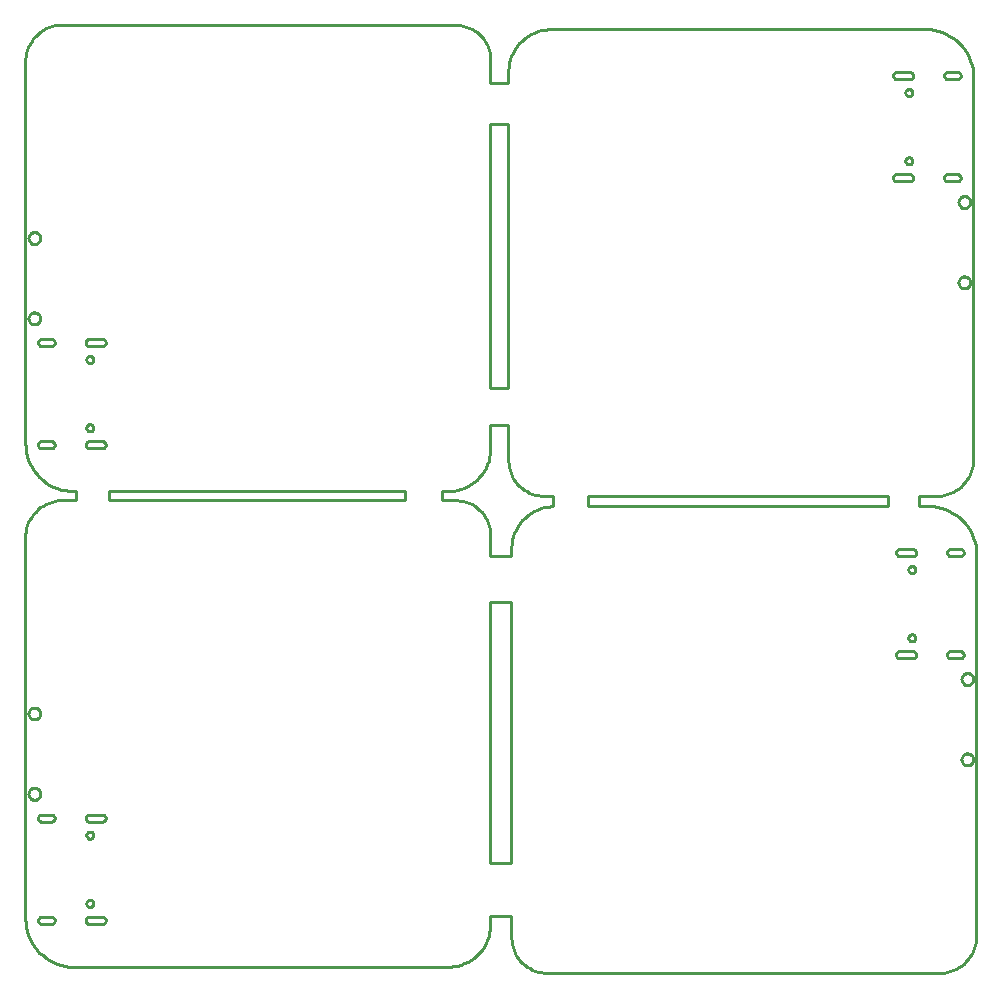
<source format=gbr>
G04 EAGLE Gerber RS-274X export*
G75*
%MOMM*%
%FSLAX34Y34*%
%LPD*%
%IN*%
%IPPOS*%
%AMOC8*
5,1,8,0,0,1.08239X$1,22.5*%
G01*
%ADD10C,0.254000*%


D10*
X2540Y46990D02*
X2695Y43448D01*
X3157Y39933D01*
X3925Y36472D01*
X4991Y33090D01*
X6348Y29815D01*
X7985Y26670D01*
X9890Y23680D01*
X12048Y20867D01*
X14443Y18253D01*
X17057Y15858D01*
X19870Y13700D01*
X22860Y11795D01*
X26005Y10158D01*
X29280Y8801D01*
X32662Y7735D01*
X36123Y6967D01*
X39638Y6505D01*
X43180Y6350D01*
X361950Y6350D01*
X365097Y6654D01*
X368206Y7231D01*
X371253Y8076D01*
X374215Y9184D01*
X377068Y10546D01*
X379792Y12152D01*
X382366Y13988D01*
X384770Y16043D01*
X386986Y18298D01*
X388997Y20739D01*
X390787Y23345D01*
X392343Y26097D01*
X393654Y28975D01*
X394709Y31956D01*
X395500Y35017D01*
X396021Y38136D01*
X396268Y41288D01*
X396240Y44450D01*
X396240Y49530D01*
X414020Y49530D01*
X414020Y33020D01*
X413968Y30412D01*
X414143Y27809D01*
X414544Y25231D01*
X415168Y22698D01*
X416011Y20228D01*
X417066Y17842D01*
X418325Y15557D01*
X419778Y13390D01*
X421414Y11358D01*
X423222Y9477D01*
X425186Y7760D01*
X427293Y6221D01*
X429525Y4871D01*
X431867Y3721D01*
X434300Y2780D01*
X436806Y2054D01*
X439366Y1550D01*
X441960Y1270D01*
X777240Y1270D01*
X779949Y1444D01*
X782633Y1853D01*
X785272Y2495D01*
X787844Y3364D01*
X790330Y4454D01*
X792712Y5756D01*
X794972Y7261D01*
X797092Y8958D01*
X799056Y10832D01*
X800849Y12871D01*
X802457Y15058D01*
X803869Y17377D01*
X805073Y19811D01*
X806061Y22340D01*
X806824Y24945D01*
X807358Y27607D01*
X807657Y30306D01*
X807720Y33020D01*
X807720Y355600D01*
X807565Y359142D01*
X807103Y362657D01*
X806335Y366118D01*
X805269Y369500D01*
X803912Y372775D01*
X802275Y375920D01*
X800370Y378910D01*
X798212Y381723D01*
X795817Y384337D01*
X793203Y386732D01*
X790390Y388890D01*
X787400Y390795D01*
X784255Y392432D01*
X780980Y393789D01*
X777598Y394855D01*
X774137Y395623D01*
X770622Y396085D01*
X767080Y396240D01*
X759460Y396240D01*
X759460Y405130D01*
X774700Y405130D01*
X777409Y405304D01*
X780093Y405713D01*
X782732Y406355D01*
X785304Y407224D01*
X787790Y408314D01*
X790172Y409616D01*
X792432Y411121D01*
X794552Y412818D01*
X796516Y414692D01*
X798309Y416731D01*
X799917Y418918D01*
X801329Y421237D01*
X802533Y423671D01*
X803521Y426200D01*
X804284Y428805D01*
X804818Y431467D01*
X805117Y434166D01*
X805180Y436880D01*
X805180Y759460D01*
X805025Y763002D01*
X804563Y766517D01*
X803795Y769978D01*
X802729Y773360D01*
X801372Y776635D01*
X799735Y779780D01*
X797830Y782770D01*
X795672Y785583D01*
X793277Y788197D01*
X790663Y790592D01*
X787850Y792750D01*
X784860Y794655D01*
X781715Y796292D01*
X778440Y797649D01*
X775058Y798715D01*
X771597Y799483D01*
X768082Y799945D01*
X764540Y800100D01*
X445770Y800100D01*
X442623Y799796D01*
X439514Y799219D01*
X436467Y798374D01*
X433505Y797266D01*
X430652Y795904D01*
X427928Y794298D01*
X425354Y792462D01*
X422950Y790407D01*
X420734Y788152D01*
X418724Y785711D01*
X416933Y783105D01*
X415377Y780353D01*
X414066Y777475D01*
X413011Y774494D01*
X412220Y771433D01*
X411699Y768314D01*
X411452Y765162D01*
X411480Y762000D01*
X411480Y754380D01*
X396240Y754380D01*
X396240Y772160D01*
X396292Y774768D01*
X396117Y777371D01*
X395716Y779949D01*
X395092Y782482D01*
X394249Y784952D01*
X393194Y787338D01*
X391935Y789623D01*
X390482Y791790D01*
X388846Y793822D01*
X387038Y795703D01*
X385074Y797420D01*
X382967Y798959D01*
X380735Y800309D01*
X378393Y801459D01*
X375960Y802400D01*
X373454Y803126D01*
X370894Y803630D01*
X368300Y803910D01*
X33020Y803910D01*
X30311Y803736D01*
X27627Y803327D01*
X24988Y802685D01*
X22416Y801816D01*
X19930Y800726D01*
X17548Y799424D01*
X15288Y797919D01*
X13168Y796222D01*
X11204Y794348D01*
X9411Y792309D01*
X7803Y790122D01*
X6391Y787803D01*
X5187Y785369D01*
X4199Y782840D01*
X3436Y780235D01*
X2902Y777573D01*
X2603Y774874D01*
X2540Y772160D01*
X2540Y449580D01*
X2695Y446038D01*
X3157Y442523D01*
X3925Y439062D01*
X4991Y435680D01*
X6348Y432405D01*
X7985Y429260D01*
X9890Y426270D01*
X12048Y423457D01*
X14443Y420843D01*
X17057Y418448D01*
X19870Y416290D01*
X22860Y414385D01*
X26005Y412748D01*
X29280Y411391D01*
X32662Y410325D01*
X36123Y409557D01*
X39638Y409095D01*
X43180Y408940D01*
X45720Y408940D01*
X45720Y401320D01*
X33020Y401320D01*
X30311Y401146D01*
X27627Y400737D01*
X24988Y400095D01*
X22416Y399226D01*
X19930Y398136D01*
X17548Y396834D01*
X15288Y395329D01*
X13168Y393632D01*
X11204Y391758D01*
X9411Y389719D01*
X7803Y387532D01*
X6391Y385213D01*
X5187Y382779D01*
X4199Y380250D01*
X3436Y377645D01*
X2902Y374983D01*
X2603Y372284D01*
X2540Y369570D01*
X2540Y46990D01*
X782940Y356940D02*
X782951Y356679D01*
X782986Y356419D01*
X783042Y356164D01*
X783121Y355914D01*
X783221Y355672D01*
X783342Y355440D01*
X783483Y355219D01*
X783642Y355012D01*
X783819Y354819D01*
X784012Y354642D01*
X784219Y354483D01*
X784440Y354342D01*
X784672Y354221D01*
X784914Y354121D01*
X785164Y354042D01*
X785419Y353986D01*
X785679Y353951D01*
X785940Y353940D01*
X793940Y353940D01*
X794201Y353951D01*
X794461Y353986D01*
X794716Y354042D01*
X794966Y354121D01*
X795208Y354221D01*
X795440Y354342D01*
X795661Y354483D01*
X795868Y354642D01*
X796061Y354819D01*
X796238Y355012D01*
X796397Y355219D01*
X796538Y355440D01*
X796659Y355672D01*
X796759Y355914D01*
X796838Y356164D01*
X796894Y356419D01*
X796929Y356679D01*
X796940Y356940D01*
X796929Y357201D01*
X796894Y357461D01*
X796838Y357716D01*
X796759Y357966D01*
X796659Y358208D01*
X796538Y358440D01*
X796397Y358661D01*
X796238Y358868D01*
X796061Y359061D01*
X795868Y359238D01*
X795661Y359397D01*
X795440Y359538D01*
X795208Y359659D01*
X794966Y359759D01*
X794716Y359838D01*
X794461Y359894D01*
X794201Y359929D01*
X793940Y359940D01*
X785940Y359940D01*
X785679Y359929D01*
X785419Y359894D01*
X785164Y359838D01*
X784914Y359759D01*
X784672Y359659D01*
X784440Y359538D01*
X784219Y359397D01*
X784012Y359238D01*
X783819Y359061D01*
X783642Y358868D01*
X783483Y358661D01*
X783342Y358440D01*
X783221Y358208D01*
X783121Y357966D01*
X783042Y357716D01*
X782986Y357461D01*
X782951Y357201D01*
X782940Y356940D01*
X53520Y45650D02*
X53531Y45389D01*
X53566Y45129D01*
X53622Y44874D01*
X53701Y44624D01*
X53801Y44382D01*
X53922Y44150D01*
X54063Y43929D01*
X54222Y43722D01*
X54399Y43529D01*
X54592Y43352D01*
X54799Y43193D01*
X55020Y43052D01*
X55252Y42931D01*
X55494Y42831D01*
X55744Y42752D01*
X55999Y42696D01*
X56259Y42661D01*
X56520Y42650D01*
X67520Y42650D01*
X67781Y42661D01*
X68041Y42696D01*
X68296Y42752D01*
X68546Y42831D01*
X68788Y42931D01*
X69020Y43052D01*
X69241Y43193D01*
X69448Y43352D01*
X69641Y43529D01*
X69818Y43722D01*
X69977Y43929D01*
X70118Y44150D01*
X70239Y44382D01*
X70339Y44624D01*
X70418Y44874D01*
X70474Y45129D01*
X70509Y45389D01*
X70520Y45650D01*
X70509Y45911D01*
X70474Y46171D01*
X70418Y46426D01*
X70339Y46676D01*
X70239Y46918D01*
X70118Y47150D01*
X69977Y47371D01*
X69818Y47578D01*
X69641Y47771D01*
X69448Y47948D01*
X69241Y48107D01*
X69020Y48248D01*
X68788Y48369D01*
X68546Y48469D01*
X68296Y48548D01*
X68041Y48604D01*
X67781Y48639D01*
X67520Y48650D01*
X56520Y48650D01*
X56259Y48639D01*
X55999Y48604D01*
X55744Y48548D01*
X55494Y48469D01*
X55252Y48369D01*
X55020Y48248D01*
X54799Y48107D01*
X54592Y47948D01*
X54399Y47771D01*
X54222Y47578D01*
X54063Y47371D01*
X53922Y47150D01*
X53801Y46918D01*
X53701Y46676D01*
X53622Y46426D01*
X53566Y46171D01*
X53531Y45911D01*
X53520Y45650D01*
X53520Y132150D02*
X53531Y131889D01*
X53566Y131629D01*
X53622Y131374D01*
X53701Y131124D01*
X53801Y130882D01*
X53922Y130650D01*
X54063Y130429D01*
X54222Y130222D01*
X54399Y130029D01*
X54592Y129852D01*
X54799Y129693D01*
X55020Y129552D01*
X55252Y129431D01*
X55494Y129331D01*
X55744Y129252D01*
X55999Y129196D01*
X56259Y129161D01*
X56520Y129150D01*
X67520Y129150D01*
X67781Y129161D01*
X68041Y129196D01*
X68296Y129252D01*
X68546Y129331D01*
X68788Y129431D01*
X69020Y129552D01*
X69241Y129693D01*
X69448Y129852D01*
X69641Y130029D01*
X69818Y130222D01*
X69977Y130429D01*
X70118Y130650D01*
X70239Y130882D01*
X70339Y131124D01*
X70418Y131374D01*
X70474Y131629D01*
X70509Y131889D01*
X70520Y132150D01*
X70509Y132411D01*
X70474Y132671D01*
X70418Y132926D01*
X70339Y133176D01*
X70239Y133418D01*
X70118Y133650D01*
X69977Y133871D01*
X69818Y134078D01*
X69641Y134271D01*
X69448Y134448D01*
X69241Y134607D01*
X69020Y134748D01*
X68788Y134869D01*
X68546Y134969D01*
X68296Y135048D01*
X68041Y135104D01*
X67781Y135139D01*
X67520Y135150D01*
X56520Y135150D01*
X56259Y135139D01*
X55999Y135104D01*
X55744Y135048D01*
X55494Y134969D01*
X55252Y134869D01*
X55020Y134748D01*
X54799Y134607D01*
X54592Y134448D01*
X54399Y134271D01*
X54222Y134078D01*
X54063Y133871D01*
X53922Y133650D01*
X53801Y133418D01*
X53701Y133176D01*
X53622Y132926D01*
X53566Y132671D01*
X53531Y132411D01*
X53520Y132150D01*
X13320Y132150D02*
X13331Y131889D01*
X13366Y131629D01*
X13422Y131374D01*
X13501Y131124D01*
X13601Y130882D01*
X13722Y130650D01*
X13863Y130429D01*
X14022Y130222D01*
X14199Y130029D01*
X14392Y129852D01*
X14599Y129693D01*
X14820Y129552D01*
X15052Y129431D01*
X15294Y129331D01*
X15544Y129252D01*
X15799Y129196D01*
X16059Y129161D01*
X16320Y129150D01*
X24320Y129150D01*
X24581Y129161D01*
X24841Y129196D01*
X25096Y129252D01*
X25346Y129331D01*
X25588Y129431D01*
X25820Y129552D01*
X26041Y129693D01*
X26248Y129852D01*
X26441Y130029D01*
X26618Y130222D01*
X26777Y130429D01*
X26918Y130650D01*
X27039Y130882D01*
X27139Y131124D01*
X27218Y131374D01*
X27274Y131629D01*
X27309Y131889D01*
X27320Y132150D01*
X27309Y132411D01*
X27274Y132671D01*
X27218Y132926D01*
X27139Y133176D01*
X27039Y133418D01*
X26918Y133650D01*
X26777Y133871D01*
X26618Y134078D01*
X26441Y134271D01*
X26248Y134448D01*
X26041Y134607D01*
X25820Y134748D01*
X25588Y134869D01*
X25346Y134969D01*
X25096Y135048D01*
X24841Y135104D01*
X24581Y135139D01*
X24320Y135150D01*
X16320Y135150D01*
X16059Y135139D01*
X15799Y135104D01*
X15544Y135048D01*
X15294Y134969D01*
X15052Y134869D01*
X14820Y134748D01*
X14599Y134607D01*
X14392Y134448D01*
X14199Y134271D01*
X14022Y134078D01*
X13863Y133871D01*
X13722Y133650D01*
X13601Y133418D01*
X13501Y133176D01*
X13422Y132926D01*
X13366Y132671D01*
X13331Y132411D01*
X13320Y132150D01*
X13320Y45650D02*
X13331Y45389D01*
X13366Y45129D01*
X13422Y44874D01*
X13501Y44624D01*
X13601Y44382D01*
X13722Y44150D01*
X13863Y43929D01*
X14022Y43722D01*
X14199Y43529D01*
X14392Y43352D01*
X14599Y43193D01*
X14820Y43052D01*
X15052Y42931D01*
X15294Y42831D01*
X15544Y42752D01*
X15799Y42696D01*
X16059Y42661D01*
X16320Y42650D01*
X24320Y42650D01*
X24581Y42661D01*
X24841Y42696D01*
X25096Y42752D01*
X25346Y42831D01*
X25588Y42931D01*
X25820Y43052D01*
X26041Y43193D01*
X26248Y43352D01*
X26441Y43529D01*
X26618Y43722D01*
X26777Y43929D01*
X26918Y44150D01*
X27039Y44382D01*
X27139Y44624D01*
X27218Y44874D01*
X27274Y45129D01*
X27309Y45389D01*
X27320Y45650D01*
X27309Y45911D01*
X27274Y46171D01*
X27218Y46426D01*
X27139Y46676D01*
X27039Y46918D01*
X26918Y47150D01*
X26777Y47371D01*
X26618Y47578D01*
X26441Y47771D01*
X26248Y47948D01*
X26041Y48107D01*
X25820Y48248D01*
X25588Y48369D01*
X25346Y48469D01*
X25096Y48548D01*
X24841Y48604D01*
X24581Y48639D01*
X24320Y48650D01*
X16320Y48650D01*
X16059Y48639D01*
X15799Y48604D01*
X15544Y48548D01*
X15294Y48469D01*
X15052Y48369D01*
X14820Y48248D01*
X14599Y48107D01*
X14392Y47948D01*
X14199Y47771D01*
X14022Y47578D01*
X13863Y47371D01*
X13722Y47150D01*
X13601Y46918D01*
X13501Y46676D01*
X13422Y46426D01*
X13366Y46171D01*
X13331Y45911D01*
X13320Y45650D01*
X739740Y270440D02*
X739751Y270179D01*
X739786Y269919D01*
X739842Y269664D01*
X739921Y269414D01*
X740021Y269172D01*
X740142Y268940D01*
X740283Y268719D01*
X740442Y268512D01*
X740619Y268319D01*
X740812Y268142D01*
X741019Y267983D01*
X741240Y267842D01*
X741472Y267721D01*
X741714Y267621D01*
X741964Y267542D01*
X742219Y267486D01*
X742479Y267451D01*
X742740Y267440D01*
X753740Y267440D01*
X754001Y267451D01*
X754261Y267486D01*
X754516Y267542D01*
X754766Y267621D01*
X755008Y267721D01*
X755240Y267842D01*
X755461Y267983D01*
X755668Y268142D01*
X755861Y268319D01*
X756038Y268512D01*
X756197Y268719D01*
X756338Y268940D01*
X756459Y269172D01*
X756559Y269414D01*
X756638Y269664D01*
X756694Y269919D01*
X756729Y270179D01*
X756740Y270440D01*
X756729Y270701D01*
X756694Y270961D01*
X756638Y271216D01*
X756559Y271466D01*
X756459Y271708D01*
X756338Y271940D01*
X756197Y272161D01*
X756038Y272368D01*
X755861Y272561D01*
X755668Y272738D01*
X755461Y272897D01*
X755240Y273038D01*
X755008Y273159D01*
X754766Y273259D01*
X754516Y273338D01*
X754261Y273394D01*
X754001Y273429D01*
X753740Y273440D01*
X742740Y273440D01*
X742479Y273429D01*
X742219Y273394D01*
X741964Y273338D01*
X741714Y273259D01*
X741472Y273159D01*
X741240Y273038D01*
X741019Y272897D01*
X740812Y272738D01*
X740619Y272561D01*
X740442Y272368D01*
X740283Y272161D01*
X740142Y271940D01*
X740021Y271708D01*
X739921Y271466D01*
X739842Y271216D01*
X739786Y270961D01*
X739751Y270701D01*
X739740Y270440D01*
X739740Y356940D02*
X739751Y356679D01*
X739786Y356419D01*
X739842Y356164D01*
X739921Y355914D01*
X740021Y355672D01*
X740142Y355440D01*
X740283Y355219D01*
X740442Y355012D01*
X740619Y354819D01*
X740812Y354642D01*
X741019Y354483D01*
X741240Y354342D01*
X741472Y354221D01*
X741714Y354121D01*
X741964Y354042D01*
X742219Y353986D01*
X742479Y353951D01*
X742740Y353940D01*
X753740Y353940D01*
X754001Y353951D01*
X754261Y353986D01*
X754516Y354042D01*
X754766Y354121D01*
X755008Y354221D01*
X755240Y354342D01*
X755461Y354483D01*
X755668Y354642D01*
X755861Y354819D01*
X756038Y355012D01*
X756197Y355219D01*
X756338Y355440D01*
X756459Y355672D01*
X756559Y355914D01*
X756638Y356164D01*
X756694Y356419D01*
X756729Y356679D01*
X756740Y356940D01*
X756729Y357201D01*
X756694Y357461D01*
X756638Y357716D01*
X756559Y357966D01*
X756459Y358208D01*
X756338Y358440D01*
X756197Y358661D01*
X756038Y358868D01*
X755861Y359061D01*
X755668Y359238D01*
X755461Y359397D01*
X755240Y359538D01*
X755008Y359659D01*
X754766Y359759D01*
X754516Y359838D01*
X754261Y359894D01*
X754001Y359929D01*
X753740Y359940D01*
X742740Y359940D01*
X742479Y359929D01*
X742219Y359894D01*
X741964Y359838D01*
X741714Y359759D01*
X741472Y359659D01*
X741240Y359538D01*
X741019Y359397D01*
X740812Y359238D01*
X740619Y359061D01*
X740442Y358868D01*
X740283Y358661D01*
X740142Y358440D01*
X740021Y358208D01*
X739921Y357966D01*
X739842Y357716D01*
X739786Y357461D01*
X739751Y357201D01*
X739740Y356940D01*
X782940Y270440D02*
X782951Y270179D01*
X782986Y269919D01*
X783042Y269664D01*
X783121Y269414D01*
X783221Y269172D01*
X783342Y268940D01*
X783483Y268719D01*
X783642Y268512D01*
X783819Y268319D01*
X784012Y268142D01*
X784219Y267983D01*
X784440Y267842D01*
X784672Y267721D01*
X784914Y267621D01*
X785164Y267542D01*
X785419Y267486D01*
X785679Y267451D01*
X785940Y267440D01*
X793940Y267440D01*
X794201Y267451D01*
X794461Y267486D01*
X794716Y267542D01*
X794966Y267621D01*
X795208Y267721D01*
X795440Y267842D01*
X795661Y267983D01*
X795868Y268142D01*
X796061Y268319D01*
X796238Y268512D01*
X796397Y268719D01*
X796538Y268940D01*
X796659Y269172D01*
X796759Y269414D01*
X796838Y269664D01*
X796894Y269919D01*
X796929Y270179D01*
X796940Y270440D01*
X796929Y270701D01*
X796894Y270961D01*
X796838Y271216D01*
X796759Y271466D01*
X796659Y271708D01*
X796538Y271940D01*
X796397Y272161D01*
X796238Y272368D01*
X796061Y272561D01*
X795868Y272738D01*
X795661Y272897D01*
X795440Y273038D01*
X795208Y273159D01*
X794966Y273259D01*
X794716Y273338D01*
X794461Y273394D01*
X794201Y273429D01*
X793940Y273440D01*
X785940Y273440D01*
X785679Y273429D01*
X785419Y273394D01*
X785164Y273338D01*
X784914Y273259D01*
X784672Y273159D01*
X784440Y273038D01*
X784219Y272897D01*
X784012Y272738D01*
X783819Y272561D01*
X783642Y272368D01*
X783483Y272161D01*
X783342Y271940D01*
X783221Y271708D01*
X783121Y271466D01*
X783042Y271216D01*
X782986Y270961D01*
X782951Y270701D01*
X782940Y270440D01*
X780400Y760800D02*
X780411Y760539D01*
X780446Y760279D01*
X780502Y760024D01*
X780581Y759774D01*
X780681Y759532D01*
X780802Y759300D01*
X780943Y759079D01*
X781102Y758872D01*
X781279Y758679D01*
X781472Y758502D01*
X781679Y758343D01*
X781900Y758202D01*
X782132Y758081D01*
X782374Y757981D01*
X782624Y757902D01*
X782879Y757846D01*
X783139Y757811D01*
X783400Y757800D01*
X791400Y757800D01*
X791661Y757811D01*
X791921Y757846D01*
X792176Y757902D01*
X792426Y757981D01*
X792668Y758081D01*
X792900Y758202D01*
X793121Y758343D01*
X793328Y758502D01*
X793521Y758679D01*
X793698Y758872D01*
X793857Y759079D01*
X793998Y759300D01*
X794119Y759532D01*
X794219Y759774D01*
X794298Y760024D01*
X794354Y760279D01*
X794389Y760539D01*
X794400Y760800D01*
X794389Y761061D01*
X794354Y761321D01*
X794298Y761576D01*
X794219Y761826D01*
X794119Y762068D01*
X793998Y762300D01*
X793857Y762521D01*
X793698Y762728D01*
X793521Y762921D01*
X793328Y763098D01*
X793121Y763257D01*
X792900Y763398D01*
X792668Y763519D01*
X792426Y763619D01*
X792176Y763698D01*
X791921Y763754D01*
X791661Y763789D01*
X791400Y763800D01*
X783400Y763800D01*
X783139Y763789D01*
X782879Y763754D01*
X782624Y763698D01*
X782374Y763619D01*
X782132Y763519D01*
X781900Y763398D01*
X781679Y763257D01*
X781472Y763098D01*
X781279Y762921D01*
X781102Y762728D01*
X780943Y762521D01*
X780802Y762300D01*
X780681Y762068D01*
X780581Y761826D01*
X780502Y761576D01*
X780446Y761321D01*
X780411Y761061D01*
X780400Y760800D01*
X780400Y674300D02*
X780411Y674039D01*
X780446Y673779D01*
X780502Y673524D01*
X780581Y673274D01*
X780681Y673032D01*
X780802Y672800D01*
X780943Y672579D01*
X781102Y672372D01*
X781279Y672179D01*
X781472Y672002D01*
X781679Y671843D01*
X781900Y671702D01*
X782132Y671581D01*
X782374Y671481D01*
X782624Y671402D01*
X782879Y671346D01*
X783139Y671311D01*
X783400Y671300D01*
X791400Y671300D01*
X791661Y671311D01*
X791921Y671346D01*
X792176Y671402D01*
X792426Y671481D01*
X792668Y671581D01*
X792900Y671702D01*
X793121Y671843D01*
X793328Y672002D01*
X793521Y672179D01*
X793698Y672372D01*
X793857Y672579D01*
X793998Y672800D01*
X794119Y673032D01*
X794219Y673274D01*
X794298Y673524D01*
X794354Y673779D01*
X794389Y674039D01*
X794400Y674300D01*
X794389Y674561D01*
X794354Y674821D01*
X794298Y675076D01*
X794219Y675326D01*
X794119Y675568D01*
X793998Y675800D01*
X793857Y676021D01*
X793698Y676228D01*
X793521Y676421D01*
X793328Y676598D01*
X793121Y676757D01*
X792900Y676898D01*
X792668Y677019D01*
X792426Y677119D01*
X792176Y677198D01*
X791921Y677254D01*
X791661Y677289D01*
X791400Y677300D01*
X783400Y677300D01*
X783139Y677289D01*
X782879Y677254D01*
X782624Y677198D01*
X782374Y677119D01*
X782132Y677019D01*
X781900Y676898D01*
X781679Y676757D01*
X781472Y676598D01*
X781279Y676421D01*
X781102Y676228D01*
X780943Y676021D01*
X780802Y675800D01*
X780681Y675568D01*
X780581Y675326D01*
X780502Y675076D01*
X780446Y674821D01*
X780411Y674561D01*
X780400Y674300D01*
X737200Y760800D02*
X737211Y760539D01*
X737246Y760279D01*
X737302Y760024D01*
X737381Y759774D01*
X737481Y759532D01*
X737602Y759300D01*
X737743Y759079D01*
X737902Y758872D01*
X738079Y758679D01*
X738272Y758502D01*
X738479Y758343D01*
X738700Y758202D01*
X738932Y758081D01*
X739174Y757981D01*
X739424Y757902D01*
X739679Y757846D01*
X739939Y757811D01*
X740200Y757800D01*
X751200Y757800D01*
X751461Y757811D01*
X751721Y757846D01*
X751976Y757902D01*
X752226Y757981D01*
X752468Y758081D01*
X752700Y758202D01*
X752921Y758343D01*
X753128Y758502D01*
X753321Y758679D01*
X753498Y758872D01*
X753657Y759079D01*
X753798Y759300D01*
X753919Y759532D01*
X754019Y759774D01*
X754098Y760024D01*
X754154Y760279D01*
X754189Y760539D01*
X754200Y760800D01*
X754189Y761061D01*
X754154Y761321D01*
X754098Y761576D01*
X754019Y761826D01*
X753919Y762068D01*
X753798Y762300D01*
X753657Y762521D01*
X753498Y762728D01*
X753321Y762921D01*
X753128Y763098D01*
X752921Y763257D01*
X752700Y763398D01*
X752468Y763519D01*
X752226Y763619D01*
X751976Y763698D01*
X751721Y763754D01*
X751461Y763789D01*
X751200Y763800D01*
X740200Y763800D01*
X739939Y763789D01*
X739679Y763754D01*
X739424Y763698D01*
X739174Y763619D01*
X738932Y763519D01*
X738700Y763398D01*
X738479Y763257D01*
X738272Y763098D01*
X738079Y762921D01*
X737902Y762728D01*
X737743Y762521D01*
X737602Y762300D01*
X737481Y762068D01*
X737381Y761826D01*
X737302Y761576D01*
X737246Y761321D01*
X737211Y761061D01*
X737200Y760800D01*
X737200Y674300D02*
X737211Y674039D01*
X737246Y673779D01*
X737302Y673524D01*
X737381Y673274D01*
X737481Y673032D01*
X737602Y672800D01*
X737743Y672579D01*
X737902Y672372D01*
X738079Y672179D01*
X738272Y672002D01*
X738479Y671843D01*
X738700Y671702D01*
X738932Y671581D01*
X739174Y671481D01*
X739424Y671402D01*
X739679Y671346D01*
X739939Y671311D01*
X740200Y671300D01*
X751200Y671300D01*
X751461Y671311D01*
X751721Y671346D01*
X751976Y671402D01*
X752226Y671481D01*
X752468Y671581D01*
X752700Y671702D01*
X752921Y671843D01*
X753128Y672002D01*
X753321Y672179D01*
X753498Y672372D01*
X753657Y672579D01*
X753798Y672800D01*
X753919Y673032D01*
X754019Y673274D01*
X754098Y673524D01*
X754154Y673779D01*
X754189Y674039D01*
X754200Y674300D01*
X754189Y674561D01*
X754154Y674821D01*
X754098Y675076D01*
X754019Y675326D01*
X753919Y675568D01*
X753798Y675800D01*
X753657Y676021D01*
X753498Y676228D01*
X753321Y676421D01*
X753128Y676598D01*
X752921Y676757D01*
X752700Y676898D01*
X752468Y677019D01*
X752226Y677119D01*
X751976Y677198D01*
X751721Y677254D01*
X751461Y677289D01*
X751200Y677300D01*
X740200Y677300D01*
X739939Y677289D01*
X739679Y677254D01*
X739424Y677198D01*
X739174Y677119D01*
X738932Y677019D01*
X738700Y676898D01*
X738479Y676757D01*
X738272Y676598D01*
X738079Y676421D01*
X737902Y676228D01*
X737743Y676021D01*
X737602Y675800D01*
X737481Y675568D01*
X737381Y675326D01*
X737302Y675076D01*
X737246Y674821D01*
X737211Y674561D01*
X737200Y674300D01*
X53520Y534740D02*
X53531Y534479D01*
X53566Y534219D01*
X53622Y533964D01*
X53701Y533714D01*
X53801Y533472D01*
X53922Y533240D01*
X54063Y533019D01*
X54222Y532812D01*
X54399Y532619D01*
X54592Y532442D01*
X54799Y532283D01*
X55020Y532142D01*
X55252Y532021D01*
X55494Y531921D01*
X55744Y531842D01*
X55999Y531786D01*
X56259Y531751D01*
X56520Y531740D01*
X67520Y531740D01*
X67781Y531751D01*
X68041Y531786D01*
X68296Y531842D01*
X68546Y531921D01*
X68788Y532021D01*
X69020Y532142D01*
X69241Y532283D01*
X69448Y532442D01*
X69641Y532619D01*
X69818Y532812D01*
X69977Y533019D01*
X70118Y533240D01*
X70239Y533472D01*
X70339Y533714D01*
X70418Y533964D01*
X70474Y534219D01*
X70509Y534479D01*
X70520Y534740D01*
X70509Y535001D01*
X70474Y535261D01*
X70418Y535516D01*
X70339Y535766D01*
X70239Y536008D01*
X70118Y536240D01*
X69977Y536461D01*
X69818Y536668D01*
X69641Y536861D01*
X69448Y537038D01*
X69241Y537197D01*
X69020Y537338D01*
X68788Y537459D01*
X68546Y537559D01*
X68296Y537638D01*
X68041Y537694D01*
X67781Y537729D01*
X67520Y537740D01*
X56520Y537740D01*
X56259Y537729D01*
X55999Y537694D01*
X55744Y537638D01*
X55494Y537559D01*
X55252Y537459D01*
X55020Y537338D01*
X54799Y537197D01*
X54592Y537038D01*
X54399Y536861D01*
X54222Y536668D01*
X54063Y536461D01*
X53922Y536240D01*
X53801Y536008D01*
X53701Y535766D01*
X53622Y535516D01*
X53566Y535261D01*
X53531Y535001D01*
X53520Y534740D01*
X53520Y448240D02*
X53531Y447979D01*
X53566Y447719D01*
X53622Y447464D01*
X53701Y447214D01*
X53801Y446972D01*
X53922Y446740D01*
X54063Y446519D01*
X54222Y446312D01*
X54399Y446119D01*
X54592Y445942D01*
X54799Y445783D01*
X55020Y445642D01*
X55252Y445521D01*
X55494Y445421D01*
X55744Y445342D01*
X55999Y445286D01*
X56259Y445251D01*
X56520Y445240D01*
X67520Y445240D01*
X67781Y445251D01*
X68041Y445286D01*
X68296Y445342D01*
X68546Y445421D01*
X68788Y445521D01*
X69020Y445642D01*
X69241Y445783D01*
X69448Y445942D01*
X69641Y446119D01*
X69818Y446312D01*
X69977Y446519D01*
X70118Y446740D01*
X70239Y446972D01*
X70339Y447214D01*
X70418Y447464D01*
X70474Y447719D01*
X70509Y447979D01*
X70520Y448240D01*
X70509Y448501D01*
X70474Y448761D01*
X70418Y449016D01*
X70339Y449266D01*
X70239Y449508D01*
X70118Y449740D01*
X69977Y449961D01*
X69818Y450168D01*
X69641Y450361D01*
X69448Y450538D01*
X69241Y450697D01*
X69020Y450838D01*
X68788Y450959D01*
X68546Y451059D01*
X68296Y451138D01*
X68041Y451194D01*
X67781Y451229D01*
X67520Y451240D01*
X56520Y451240D01*
X56259Y451229D01*
X55999Y451194D01*
X55744Y451138D01*
X55494Y451059D01*
X55252Y450959D01*
X55020Y450838D01*
X54799Y450697D01*
X54592Y450538D01*
X54399Y450361D01*
X54222Y450168D01*
X54063Y449961D01*
X53922Y449740D01*
X53801Y449508D01*
X53701Y449266D01*
X53622Y449016D01*
X53566Y448761D01*
X53531Y448501D01*
X53520Y448240D01*
X13320Y534740D02*
X13331Y534479D01*
X13366Y534219D01*
X13422Y533964D01*
X13501Y533714D01*
X13601Y533472D01*
X13722Y533240D01*
X13863Y533019D01*
X14022Y532812D01*
X14199Y532619D01*
X14392Y532442D01*
X14599Y532283D01*
X14820Y532142D01*
X15052Y532021D01*
X15294Y531921D01*
X15544Y531842D01*
X15799Y531786D01*
X16059Y531751D01*
X16320Y531740D01*
X24320Y531740D01*
X24581Y531751D01*
X24841Y531786D01*
X25096Y531842D01*
X25346Y531921D01*
X25588Y532021D01*
X25820Y532142D01*
X26041Y532283D01*
X26248Y532442D01*
X26441Y532619D01*
X26618Y532812D01*
X26777Y533019D01*
X26918Y533240D01*
X27039Y533472D01*
X27139Y533714D01*
X27218Y533964D01*
X27274Y534219D01*
X27309Y534479D01*
X27320Y534740D01*
X27309Y535001D01*
X27274Y535261D01*
X27218Y535516D01*
X27139Y535766D01*
X27039Y536008D01*
X26918Y536240D01*
X26777Y536461D01*
X26618Y536668D01*
X26441Y536861D01*
X26248Y537038D01*
X26041Y537197D01*
X25820Y537338D01*
X25588Y537459D01*
X25346Y537559D01*
X25096Y537638D01*
X24841Y537694D01*
X24581Y537729D01*
X24320Y537740D01*
X16320Y537740D01*
X16059Y537729D01*
X15799Y537694D01*
X15544Y537638D01*
X15294Y537559D01*
X15052Y537459D01*
X14820Y537338D01*
X14599Y537197D01*
X14392Y537038D01*
X14199Y536861D01*
X14022Y536668D01*
X13863Y536461D01*
X13722Y536240D01*
X13601Y536008D01*
X13501Y535766D01*
X13422Y535516D01*
X13366Y535261D01*
X13331Y535001D01*
X13320Y534740D01*
X13320Y448240D02*
X13331Y447979D01*
X13366Y447719D01*
X13422Y447464D01*
X13501Y447214D01*
X13601Y446972D01*
X13722Y446740D01*
X13863Y446519D01*
X14022Y446312D01*
X14199Y446119D01*
X14392Y445942D01*
X14599Y445783D01*
X14820Y445642D01*
X15052Y445521D01*
X15294Y445421D01*
X15544Y445342D01*
X15799Y445286D01*
X16059Y445251D01*
X16320Y445240D01*
X24320Y445240D01*
X24581Y445251D01*
X24841Y445286D01*
X25096Y445342D01*
X25346Y445421D01*
X25588Y445521D01*
X25820Y445642D01*
X26041Y445783D01*
X26248Y445942D01*
X26441Y446119D01*
X26618Y446312D01*
X26777Y446519D01*
X26918Y446740D01*
X27039Y446972D01*
X27139Y447214D01*
X27218Y447464D01*
X27274Y447719D01*
X27309Y447979D01*
X27320Y448240D01*
X27309Y448501D01*
X27274Y448761D01*
X27218Y449016D01*
X27139Y449266D01*
X27039Y449508D01*
X26918Y449740D01*
X26777Y449961D01*
X26618Y450168D01*
X26441Y450361D01*
X26248Y450538D01*
X26041Y450697D01*
X25820Y450838D01*
X25588Y450959D01*
X25346Y451059D01*
X25096Y451138D01*
X24841Y451194D01*
X24581Y451229D01*
X24320Y451240D01*
X16320Y451240D01*
X16059Y451229D01*
X15799Y451194D01*
X15544Y451138D01*
X15294Y451059D01*
X15052Y450959D01*
X14820Y450838D01*
X14599Y450697D01*
X14392Y450538D01*
X14199Y450361D01*
X14022Y450168D01*
X13863Y449961D01*
X13722Y449740D01*
X13601Y449508D01*
X13501Y449266D01*
X13422Y449016D01*
X13366Y448761D01*
X13331Y448501D01*
X13320Y448240D01*
X478790Y396240D02*
X732790Y396240D01*
X732790Y405130D01*
X478790Y405130D01*
X478790Y396240D01*
X355600Y401320D02*
X368300Y401320D01*
X370894Y401040D01*
X373454Y400536D01*
X375960Y399810D01*
X378393Y398869D01*
X380735Y397719D01*
X382967Y396369D01*
X385074Y394830D01*
X387038Y393113D01*
X388846Y391232D01*
X390482Y389200D01*
X391935Y387033D01*
X393194Y384748D01*
X394249Y382362D01*
X395092Y379892D01*
X395716Y377359D01*
X396117Y374781D01*
X396292Y372178D01*
X396240Y369570D01*
X396240Y354330D01*
X414020Y354330D01*
X414020Y358140D01*
X413992Y361302D01*
X414239Y364454D01*
X414760Y367573D01*
X415551Y370634D01*
X416606Y373615D01*
X417917Y376493D01*
X419473Y379245D01*
X421264Y381851D01*
X423274Y384292D01*
X425490Y386547D01*
X427894Y388602D01*
X430468Y390438D01*
X433192Y392044D01*
X436045Y393406D01*
X439007Y394514D01*
X442054Y395359D01*
X445163Y395936D01*
X448310Y396240D01*
X449580Y396240D01*
X449580Y405130D01*
X439420Y405130D01*
X436826Y405410D01*
X434266Y405914D01*
X431760Y406640D01*
X429327Y407581D01*
X426985Y408731D01*
X424753Y410081D01*
X422646Y411620D01*
X420682Y413337D01*
X418874Y415218D01*
X417238Y417250D01*
X415785Y419417D01*
X414526Y421702D01*
X413471Y424088D01*
X412628Y426558D01*
X412004Y429091D01*
X411603Y431669D01*
X411428Y434272D01*
X411480Y436880D01*
X411480Y464820D01*
X396240Y464820D01*
X396240Y447040D01*
X396268Y443878D01*
X396021Y440726D01*
X395500Y437607D01*
X394709Y434546D01*
X393654Y431565D01*
X392343Y428687D01*
X390787Y425935D01*
X388997Y423329D01*
X386986Y420888D01*
X384770Y418633D01*
X382366Y416578D01*
X379792Y414742D01*
X377068Y413136D01*
X374215Y411774D01*
X371253Y410666D01*
X368206Y409821D01*
X365097Y409244D01*
X361950Y408940D01*
X355600Y408940D01*
X355600Y401320D01*
X396240Y496570D02*
X411480Y496570D01*
X411480Y720090D01*
X396240Y720090D01*
X396240Y496570D01*
X396240Y93980D02*
X414020Y93980D01*
X414020Y314960D01*
X396240Y314960D01*
X396240Y93980D01*
X73660Y401320D02*
X323850Y401320D01*
X323850Y408940D01*
X73660Y408940D01*
X73660Y401320D01*
X9879Y215690D02*
X9321Y215753D01*
X8774Y215878D01*
X8244Y216063D01*
X7738Y216307D01*
X7262Y216606D01*
X6823Y216956D01*
X6426Y217353D01*
X6076Y217792D01*
X5777Y218268D01*
X5533Y218774D01*
X5348Y219304D01*
X5223Y219851D01*
X5160Y220409D01*
X5160Y220971D01*
X5223Y221529D01*
X5348Y222076D01*
X5533Y222606D01*
X5777Y223112D01*
X6076Y223588D01*
X6426Y224027D01*
X6823Y224424D01*
X7262Y224774D01*
X7738Y225073D01*
X8244Y225317D01*
X8774Y225502D01*
X9321Y225627D01*
X9879Y225690D01*
X10441Y225690D01*
X10999Y225627D01*
X11546Y225502D01*
X12076Y225317D01*
X12582Y225073D01*
X13058Y224774D01*
X13497Y224424D01*
X13894Y224027D01*
X14244Y223588D01*
X14543Y223112D01*
X14787Y222606D01*
X14972Y222076D01*
X15097Y221529D01*
X15160Y220971D01*
X15160Y220409D01*
X15097Y219851D01*
X14972Y219304D01*
X14787Y218774D01*
X14543Y218268D01*
X14244Y217792D01*
X13894Y217353D01*
X13497Y216956D01*
X13058Y216606D01*
X12582Y216307D01*
X12076Y216063D01*
X11546Y215878D01*
X10999Y215753D01*
X10441Y215690D01*
X9879Y215690D01*
X9879Y147690D02*
X9321Y147753D01*
X8774Y147878D01*
X8244Y148063D01*
X7738Y148307D01*
X7262Y148606D01*
X6823Y148956D01*
X6426Y149353D01*
X6076Y149792D01*
X5777Y150268D01*
X5533Y150774D01*
X5348Y151304D01*
X5223Y151851D01*
X5160Y152409D01*
X5160Y152971D01*
X5223Y153529D01*
X5348Y154076D01*
X5533Y154606D01*
X5777Y155112D01*
X6076Y155588D01*
X6426Y156027D01*
X6823Y156424D01*
X7262Y156774D01*
X7738Y157073D01*
X8244Y157317D01*
X8774Y157502D01*
X9321Y157627D01*
X9879Y157690D01*
X10441Y157690D01*
X10999Y157627D01*
X11546Y157502D01*
X12076Y157317D01*
X12582Y157073D01*
X13058Y156774D01*
X13497Y156424D01*
X13894Y156027D01*
X14244Y155588D01*
X14543Y155112D01*
X14787Y154606D01*
X14972Y154076D01*
X15097Y153529D01*
X15160Y152971D01*
X15160Y152409D01*
X15097Y151851D01*
X14972Y151304D01*
X14787Y150774D01*
X14543Y150268D01*
X14244Y149792D01*
X13894Y149353D01*
X13497Y148956D01*
X13058Y148606D01*
X12582Y148307D01*
X12076Y148063D01*
X11546Y147878D01*
X10999Y147753D01*
X10441Y147690D01*
X9879Y147690D01*
X56884Y114800D02*
X56418Y114874D01*
X55968Y115020D01*
X55548Y115234D01*
X55166Y115512D01*
X54832Y115846D01*
X54554Y116228D01*
X54340Y116648D01*
X54194Y117098D01*
X54120Y117564D01*
X54120Y118036D01*
X54194Y118503D01*
X54340Y118952D01*
X54554Y119372D01*
X54832Y119754D01*
X55166Y120088D01*
X55548Y120366D01*
X55968Y120580D01*
X56418Y120726D01*
X56884Y120800D01*
X57356Y120800D01*
X57823Y120726D01*
X58272Y120580D01*
X58692Y120366D01*
X59074Y120088D01*
X59408Y119754D01*
X59686Y119372D01*
X59900Y118952D01*
X60046Y118503D01*
X60120Y118036D01*
X60120Y117564D01*
X60046Y117098D01*
X59900Y116648D01*
X59686Y116228D01*
X59408Y115846D01*
X59074Y115512D01*
X58692Y115234D01*
X58272Y115020D01*
X57823Y114874D01*
X57356Y114800D01*
X56884Y114800D01*
X56884Y57000D02*
X56418Y57074D01*
X55968Y57220D01*
X55548Y57434D01*
X55166Y57712D01*
X54832Y58046D01*
X54554Y58428D01*
X54340Y58848D01*
X54194Y59298D01*
X54120Y59764D01*
X54120Y60236D01*
X54194Y60703D01*
X54340Y61152D01*
X54554Y61572D01*
X54832Y61954D01*
X55166Y62288D01*
X55548Y62566D01*
X55968Y62780D01*
X56418Y62926D01*
X56884Y63000D01*
X57356Y63000D01*
X57823Y62926D01*
X58272Y62780D01*
X58692Y62566D01*
X59074Y62288D01*
X59408Y61954D01*
X59686Y61572D01*
X59900Y61152D01*
X60046Y60703D01*
X60120Y60236D01*
X60120Y59764D01*
X60046Y59298D01*
X59900Y58848D01*
X59686Y58428D01*
X59408Y58046D01*
X59074Y57712D01*
X58692Y57434D01*
X58272Y57220D01*
X57823Y57074D01*
X57356Y57000D01*
X56884Y57000D01*
X9879Y618280D02*
X9321Y618343D01*
X8774Y618468D01*
X8244Y618653D01*
X7738Y618897D01*
X7262Y619196D01*
X6823Y619546D01*
X6426Y619943D01*
X6076Y620382D01*
X5777Y620858D01*
X5533Y621364D01*
X5348Y621894D01*
X5223Y622441D01*
X5160Y622999D01*
X5160Y623561D01*
X5223Y624119D01*
X5348Y624666D01*
X5533Y625196D01*
X5777Y625702D01*
X6076Y626178D01*
X6426Y626617D01*
X6823Y627014D01*
X7262Y627364D01*
X7738Y627663D01*
X8244Y627907D01*
X8774Y628092D01*
X9321Y628217D01*
X9879Y628280D01*
X10441Y628280D01*
X10999Y628217D01*
X11546Y628092D01*
X12076Y627907D01*
X12582Y627663D01*
X13058Y627364D01*
X13497Y627014D01*
X13894Y626617D01*
X14244Y626178D01*
X14543Y625702D01*
X14787Y625196D01*
X14972Y624666D01*
X15097Y624119D01*
X15160Y623561D01*
X15160Y622999D01*
X15097Y622441D01*
X14972Y621894D01*
X14787Y621364D01*
X14543Y620858D01*
X14244Y620382D01*
X13894Y619943D01*
X13497Y619546D01*
X13058Y619196D01*
X12582Y618897D01*
X12076Y618653D01*
X11546Y618468D01*
X10999Y618343D01*
X10441Y618280D01*
X9879Y618280D01*
X9879Y550280D02*
X9321Y550343D01*
X8774Y550468D01*
X8244Y550653D01*
X7738Y550897D01*
X7262Y551196D01*
X6823Y551546D01*
X6426Y551943D01*
X6076Y552382D01*
X5777Y552858D01*
X5533Y553364D01*
X5348Y553894D01*
X5223Y554441D01*
X5160Y554999D01*
X5160Y555561D01*
X5223Y556119D01*
X5348Y556666D01*
X5533Y557196D01*
X5777Y557702D01*
X6076Y558178D01*
X6426Y558617D01*
X6823Y559014D01*
X7262Y559364D01*
X7738Y559663D01*
X8244Y559907D01*
X8774Y560092D01*
X9321Y560217D01*
X9879Y560280D01*
X10441Y560280D01*
X10999Y560217D01*
X11546Y560092D01*
X12076Y559907D01*
X12582Y559663D01*
X13058Y559364D01*
X13497Y559014D01*
X13894Y558617D01*
X14244Y558178D01*
X14543Y557702D01*
X14787Y557196D01*
X14972Y556666D01*
X15097Y556119D01*
X15160Y555561D01*
X15160Y554999D01*
X15097Y554441D01*
X14972Y553894D01*
X14787Y553364D01*
X14543Y552858D01*
X14244Y552382D01*
X13894Y551943D01*
X13497Y551546D01*
X13058Y551196D01*
X12582Y550897D01*
X12076Y550653D01*
X11546Y550468D01*
X10999Y550343D01*
X10441Y550280D01*
X9879Y550280D01*
X56884Y517390D02*
X56418Y517464D01*
X55968Y517610D01*
X55548Y517824D01*
X55166Y518102D01*
X54832Y518436D01*
X54554Y518818D01*
X54340Y519238D01*
X54194Y519688D01*
X54120Y520154D01*
X54120Y520626D01*
X54194Y521093D01*
X54340Y521542D01*
X54554Y521962D01*
X54832Y522344D01*
X55166Y522678D01*
X55548Y522956D01*
X55968Y523170D01*
X56418Y523316D01*
X56884Y523390D01*
X57356Y523390D01*
X57823Y523316D01*
X58272Y523170D01*
X58692Y522956D01*
X59074Y522678D01*
X59408Y522344D01*
X59686Y521962D01*
X59900Y521542D01*
X60046Y521093D01*
X60120Y520626D01*
X60120Y520154D01*
X60046Y519688D01*
X59900Y519238D01*
X59686Y518818D01*
X59408Y518436D01*
X59074Y518102D01*
X58692Y517824D01*
X58272Y517610D01*
X57823Y517464D01*
X57356Y517390D01*
X56884Y517390D01*
X56884Y459590D02*
X56418Y459664D01*
X55968Y459810D01*
X55548Y460024D01*
X55166Y460302D01*
X54832Y460636D01*
X54554Y461018D01*
X54340Y461438D01*
X54194Y461888D01*
X54120Y462354D01*
X54120Y462826D01*
X54194Y463293D01*
X54340Y463742D01*
X54554Y464162D01*
X54832Y464544D01*
X55166Y464878D01*
X55548Y465156D01*
X55968Y465370D01*
X56418Y465516D01*
X56884Y465590D01*
X57356Y465590D01*
X57823Y465516D01*
X58272Y465370D01*
X58692Y465156D01*
X59074Y464878D01*
X59408Y464544D01*
X59686Y464162D01*
X59900Y463742D01*
X60046Y463293D01*
X60120Y462826D01*
X60120Y462354D01*
X60046Y461888D01*
X59900Y461438D01*
X59686Y461018D01*
X59408Y460636D01*
X59074Y460302D01*
X58692Y460024D01*
X58272Y459810D01*
X57823Y459664D01*
X57356Y459590D01*
X56884Y459590D01*
X800381Y186900D02*
X800939Y186837D01*
X801486Y186712D01*
X802016Y186527D01*
X802522Y186283D01*
X802998Y185984D01*
X803437Y185634D01*
X803834Y185237D01*
X804184Y184798D01*
X804483Y184322D01*
X804727Y183816D01*
X804912Y183286D01*
X805037Y182739D01*
X805100Y182181D01*
X805100Y181619D01*
X805037Y181061D01*
X804912Y180514D01*
X804727Y179984D01*
X804483Y179478D01*
X804184Y179002D01*
X803834Y178563D01*
X803437Y178166D01*
X802998Y177816D01*
X802522Y177517D01*
X802016Y177273D01*
X801486Y177088D01*
X800939Y176963D01*
X800381Y176900D01*
X799819Y176900D01*
X799261Y176963D01*
X798714Y177088D01*
X798184Y177273D01*
X797678Y177517D01*
X797202Y177816D01*
X796763Y178166D01*
X796366Y178563D01*
X796016Y179002D01*
X795717Y179478D01*
X795473Y179984D01*
X795288Y180514D01*
X795163Y181061D01*
X795100Y181619D01*
X795100Y182181D01*
X795163Y182739D01*
X795288Y183286D01*
X795473Y183816D01*
X795717Y184322D01*
X796016Y184798D01*
X796366Y185237D01*
X796763Y185634D01*
X797202Y185984D01*
X797678Y186283D01*
X798184Y186527D01*
X798714Y186712D01*
X799261Y186837D01*
X799819Y186900D01*
X800381Y186900D01*
X800381Y254900D02*
X800939Y254837D01*
X801486Y254712D01*
X802016Y254527D01*
X802522Y254283D01*
X802998Y253984D01*
X803437Y253634D01*
X803834Y253237D01*
X804184Y252798D01*
X804483Y252322D01*
X804727Y251816D01*
X804912Y251286D01*
X805037Y250739D01*
X805100Y250181D01*
X805100Y249619D01*
X805037Y249061D01*
X804912Y248514D01*
X804727Y247984D01*
X804483Y247478D01*
X804184Y247002D01*
X803834Y246563D01*
X803437Y246166D01*
X802998Y245816D01*
X802522Y245517D01*
X802016Y245273D01*
X801486Y245088D01*
X800939Y244963D01*
X800381Y244900D01*
X799819Y244900D01*
X799261Y244963D01*
X798714Y245088D01*
X798184Y245273D01*
X797678Y245517D01*
X797202Y245816D01*
X796763Y246166D01*
X796366Y246563D01*
X796016Y247002D01*
X795717Y247478D01*
X795473Y247984D01*
X795288Y248514D01*
X795163Y249061D01*
X795100Y249619D01*
X795100Y250181D01*
X795163Y250739D01*
X795288Y251286D01*
X795473Y251816D01*
X795717Y252322D01*
X796016Y252798D01*
X796366Y253237D01*
X796763Y253634D01*
X797202Y253984D01*
X797678Y254283D01*
X798184Y254527D01*
X798714Y254712D01*
X799261Y254837D01*
X799819Y254900D01*
X800381Y254900D01*
X753376Y287790D02*
X753843Y287716D01*
X754292Y287570D01*
X754712Y287356D01*
X755094Y287078D01*
X755428Y286744D01*
X755706Y286362D01*
X755920Y285942D01*
X756066Y285493D01*
X756140Y285026D01*
X756140Y284554D01*
X756066Y284088D01*
X755920Y283638D01*
X755706Y283218D01*
X755428Y282836D01*
X755094Y282502D01*
X754712Y282224D01*
X754292Y282010D01*
X753843Y281864D01*
X753376Y281790D01*
X752904Y281790D01*
X752438Y281864D01*
X751988Y282010D01*
X751568Y282224D01*
X751186Y282502D01*
X750852Y282836D01*
X750574Y283218D01*
X750360Y283638D01*
X750214Y284088D01*
X750140Y284554D01*
X750140Y285026D01*
X750214Y285493D01*
X750360Y285942D01*
X750574Y286362D01*
X750852Y286744D01*
X751186Y287078D01*
X751568Y287356D01*
X751988Y287570D01*
X752438Y287716D01*
X752904Y287790D01*
X753376Y287790D01*
X753376Y345590D02*
X753843Y345516D01*
X754292Y345370D01*
X754712Y345156D01*
X755094Y344878D01*
X755428Y344544D01*
X755706Y344162D01*
X755920Y343742D01*
X756066Y343293D01*
X756140Y342826D01*
X756140Y342354D01*
X756066Y341888D01*
X755920Y341438D01*
X755706Y341018D01*
X755428Y340636D01*
X755094Y340302D01*
X754712Y340024D01*
X754292Y339810D01*
X753843Y339664D01*
X753376Y339590D01*
X752904Y339590D01*
X752438Y339664D01*
X751988Y339810D01*
X751568Y340024D01*
X751186Y340302D01*
X750852Y340636D01*
X750574Y341018D01*
X750360Y341438D01*
X750214Y341888D01*
X750140Y342354D01*
X750140Y342826D01*
X750214Y343293D01*
X750360Y343742D01*
X750574Y344162D01*
X750852Y344544D01*
X751186Y344878D01*
X751568Y345156D01*
X751988Y345370D01*
X752438Y345516D01*
X752904Y345590D01*
X753376Y345590D01*
X797841Y590760D02*
X798399Y590697D01*
X798946Y590572D01*
X799476Y590387D01*
X799982Y590143D01*
X800458Y589844D01*
X800897Y589494D01*
X801294Y589097D01*
X801644Y588658D01*
X801943Y588182D01*
X802187Y587676D01*
X802372Y587146D01*
X802497Y586599D01*
X802560Y586041D01*
X802560Y585479D01*
X802497Y584921D01*
X802372Y584374D01*
X802187Y583844D01*
X801943Y583338D01*
X801644Y582862D01*
X801294Y582423D01*
X800897Y582026D01*
X800458Y581676D01*
X799982Y581377D01*
X799476Y581133D01*
X798946Y580948D01*
X798399Y580823D01*
X797841Y580760D01*
X797279Y580760D01*
X796721Y580823D01*
X796174Y580948D01*
X795644Y581133D01*
X795138Y581377D01*
X794662Y581676D01*
X794223Y582026D01*
X793826Y582423D01*
X793476Y582862D01*
X793177Y583338D01*
X792933Y583844D01*
X792748Y584374D01*
X792623Y584921D01*
X792560Y585479D01*
X792560Y586041D01*
X792623Y586599D01*
X792748Y587146D01*
X792933Y587676D01*
X793177Y588182D01*
X793476Y588658D01*
X793826Y589097D01*
X794223Y589494D01*
X794662Y589844D01*
X795138Y590143D01*
X795644Y590387D01*
X796174Y590572D01*
X796721Y590697D01*
X797279Y590760D01*
X797841Y590760D01*
X797841Y658760D02*
X798399Y658697D01*
X798946Y658572D01*
X799476Y658387D01*
X799982Y658143D01*
X800458Y657844D01*
X800897Y657494D01*
X801294Y657097D01*
X801644Y656658D01*
X801943Y656182D01*
X802187Y655676D01*
X802372Y655146D01*
X802497Y654599D01*
X802560Y654041D01*
X802560Y653479D01*
X802497Y652921D01*
X802372Y652374D01*
X802187Y651844D01*
X801943Y651338D01*
X801644Y650862D01*
X801294Y650423D01*
X800897Y650026D01*
X800458Y649676D01*
X799982Y649377D01*
X799476Y649133D01*
X798946Y648948D01*
X798399Y648823D01*
X797841Y648760D01*
X797279Y648760D01*
X796721Y648823D01*
X796174Y648948D01*
X795644Y649133D01*
X795138Y649377D01*
X794662Y649676D01*
X794223Y650026D01*
X793826Y650423D01*
X793476Y650862D01*
X793177Y651338D01*
X792933Y651844D01*
X792748Y652374D01*
X792623Y652921D01*
X792560Y653479D01*
X792560Y654041D01*
X792623Y654599D01*
X792748Y655146D01*
X792933Y655676D01*
X793177Y656182D01*
X793476Y656658D01*
X793826Y657097D01*
X794223Y657494D01*
X794662Y657844D01*
X795138Y658143D01*
X795644Y658387D01*
X796174Y658572D01*
X796721Y658697D01*
X797279Y658760D01*
X797841Y658760D01*
X750836Y691650D02*
X751303Y691576D01*
X751752Y691430D01*
X752172Y691216D01*
X752554Y690938D01*
X752888Y690604D01*
X753166Y690222D01*
X753380Y689802D01*
X753526Y689353D01*
X753600Y688886D01*
X753600Y688414D01*
X753526Y687948D01*
X753380Y687498D01*
X753166Y687078D01*
X752888Y686696D01*
X752554Y686362D01*
X752172Y686084D01*
X751752Y685870D01*
X751303Y685724D01*
X750836Y685650D01*
X750364Y685650D01*
X749898Y685724D01*
X749448Y685870D01*
X749028Y686084D01*
X748646Y686362D01*
X748312Y686696D01*
X748034Y687078D01*
X747820Y687498D01*
X747674Y687948D01*
X747600Y688414D01*
X747600Y688886D01*
X747674Y689353D01*
X747820Y689802D01*
X748034Y690222D01*
X748312Y690604D01*
X748646Y690938D01*
X749028Y691216D01*
X749448Y691430D01*
X749898Y691576D01*
X750364Y691650D01*
X750836Y691650D01*
X750836Y749450D02*
X751303Y749376D01*
X751752Y749230D01*
X752172Y749016D01*
X752554Y748738D01*
X752888Y748404D01*
X753166Y748022D01*
X753380Y747602D01*
X753526Y747153D01*
X753600Y746686D01*
X753600Y746214D01*
X753526Y745748D01*
X753380Y745298D01*
X753166Y744878D01*
X752888Y744496D01*
X752554Y744162D01*
X752172Y743884D01*
X751752Y743670D01*
X751303Y743524D01*
X750836Y743450D01*
X750364Y743450D01*
X749898Y743524D01*
X749448Y743670D01*
X749028Y743884D01*
X748646Y744162D01*
X748312Y744496D01*
X748034Y744878D01*
X747820Y745298D01*
X747674Y745748D01*
X747600Y746214D01*
X747600Y746686D01*
X747674Y747153D01*
X747820Y747602D01*
X748034Y748022D01*
X748312Y748404D01*
X748646Y748738D01*
X749028Y749016D01*
X749448Y749230D01*
X749898Y749376D01*
X750364Y749450D01*
X750836Y749450D01*
M02*

</source>
